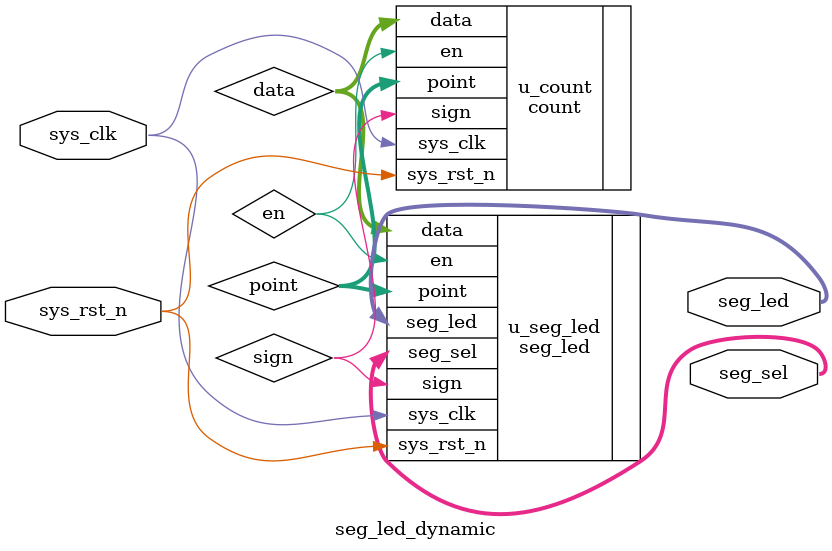
<source format=v>

module seg_led_dynamic(
	input			sys_clk  ,
	input			sys_rst_n,

	output	[5:0]	seg_sel  ,
	output	[7:0]	seg_led
);

// Define wire
wire	[19:0]	data;
wire	[ 5:0]	point;
wire			sign;
wire			en;

//*****************************************************
//**                    main code
//*****************************************************

count u_count(
	.sys_clk  	(sys_clk  ),
	.sys_rst_n	(sys_rst_n),
	
	.data     	(data     ),
	.point    	(point    ),
	.sign     	(sign     ),
	.en			(en       )
);

seg_led u_seg_led(
	.sys_clk  	(sys_clk  ),
	.sys_rst_n	(sys_rst_n),
	
	.data     	(data     ),
	.point    	(point    ),
	.sign     	(sign     ),
	.en       	(en       ),
	
	.seg_sel  	(seg_sel  ),
	.seg_led	(seg_led  )
);

endmodule
</source>
